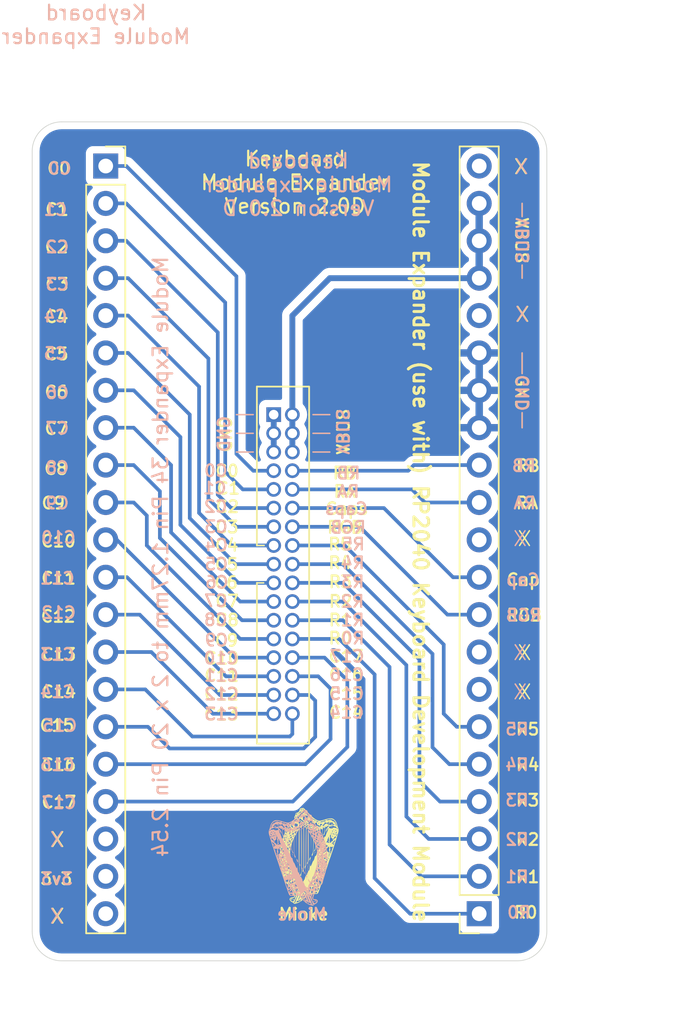
<source format=kicad_pcb>
(kicad_pcb (version 20241229) (generator "pcbnew") (generator_version "9.0")
  (layers (0 "F.Cu" signal) (2 "B.Cu" signal) (13 "F.Paste" user) (15 "B.Paste" user) (5 "F.SilkS" user "F.Silkscreen") (7 "B.SilkS" user "B.Silkscreen") (1 "F.Mask" user) (3 "B.Mask" user) (25 "Edge.Cuts" user))
  (net 0 "")
  (net 1 "COL0")
  (net 2 "COL9")
  (net 3 "COL11")
  (net 4 "COL5")
  (net 5 "COL10")
  (net 6 "COL6")
  (net 7 "COL4")
  (net 8 "COL17")
  (net 9 "+3.3V")
  (net 10 "COL14")
  (net 11 "COL16")
  (net 12 "COL13")
  (net 13 "COL1")
  (net 14 "COL12")
  (net 15 "COL3")
  (net 16 "COL2")
  (net 17 "COL15")
  (net 18 "COL8")
  (net 19 "COL7")
  (net 20 "ROW0")
  (net 21 "R_B")
  (net 22 "GND")
  (net 23 "ROW1")
  (net 24 "ROW4")
  (net 25 "ROW2")
  (net 26 "VBUS")
  (net 27 "R_A")
  (net 28 "Caps")
  (net 29 "ROW5")
  (net 30 "ROW3")
  (net 31 "RGB_DATA")
  (net 33 "Net-(J6-Pin_1)")
  (footprint "MyConnectors:IDC_2X17_1.27MM" (layer "F.Cu") (at 98.799095 73.67 -90)
    (property "Reference" "J6" (hide yes))
    (property "Value" "Conn_02x17_Odd_Even")
    (pad "1" thru_hole rect (at -8.89 0.634999) (size 1 1) (drill 0.65) (layers "*.Cu" "*.Mask") (net 33 "Net-(J6-Pin_1)"))
    (pad "2" thru_hole oval (at -8.89 -0.635001) (size 1 1) (drill 0.65) (layers "*.Cu" "*.Mask") (net 26 "VBUS"))
    (pad "3" thru_hole oval (at -7.62 0.634999) (size 1 1) (drill 0.65) (layers "*.Cu" "*.Mask") (net 33 "Net-(J6-Pin_1)"))
    (pad "4" thru_hole oval (at -7.62 -0.635001) (size 1 1) (drill 0.65) (layers "*.Cu" "*.Mask") (net 26 "VBUS"))
    (pad "5" thru_hole oval (at -6.35 0.634998) (size 1 1) (drill 0.65) (layers "*.Cu" "*.Mask") (net 33 "Net-(J6-Pin_1)"))
    (pad "6" thru_hole oval (at -6.35 -0.635001) (size 1 1) (drill 0.65) (layers "*.Cu" "*.Mask") (net 26 "VBUS"))
    (pad "7" thru_hole oval (at -5.08 0.634999) (size 1 1) (drill 0.65) (layers "*.Cu" "*.Mask") (net 1 "COL0"))
    (pad "8" thru_hole oval (at -5.08 -0.635001) (size 1 1) (drill 0.65) (layers "*.Cu" "*.Mask") (net 21 "R_B"))
    (pad "9" thru_hole oval (at -3.81 0.634999) (size 1 1) (drill 0.65) (layers "*.Cu" "*.Mask") (net 13 "COL1"))
    (pad "10" thru_hole oval (at -3.81 -0.635001) (size 1 1) (drill 0.65) (layers "*.Cu" "*.Mask") (net 27 "R_A"))
    (pad "11" thru_hole oval (at -2.54 0.634999) (size 1 1) (drill 0.65) (layers "*.Cu" "*.Mask") (net 16 "COL2"))
    (pad "12" thru_hole oval (at -2.54 -0.635001) (size 1 1) (drill 0.65) (layers "*.Cu" "*.Mask") (net 28 "Caps"))
    (pad "13" thru_hole oval (at -1.27 0.634999) (size 1 1) (drill 0.65) (layers "*.Cu" "*.Mask") (net 15 "COL3"))
    (pad "14" thru_hole oval (at -1.27 -0.635001) (size 1 1) (drill 0.65) (layers "*.Cu" "*.Mask") (net 31 "RGB_DATA"))
    (pad "15" thru_hole oval (at 0 0.634998) (size 1 1) (drill 0.65) (layers "*.Cu" "*.Mask") (net 7 "COL4"))
    (pad "16" thru_hole oval (at 0 -0.635001) (size 1 1) (drill 0.65) (layers "*.Cu" "*.Mask") (net 29 "ROW5"))
    (pad "17" thru_hole oval (at 1.27 0.634999) (size 1 1) (drill 0.65) (layers "*.Cu" "*.Mask") (net 4 "COL5"))
    (pad "18" thru_hole oval (at 1.27 -0.635001) (size 1 1) (drill 0.65) (layers "*.Cu" "*.Mask") (net 24 "ROW4"))
    (pad "19" thru_hole oval (at 2.54 0.634999) (size 1 1) (drill 0.65) (layers "*.Cu" "*.Mask") (net 6 "COL6"))
    (pad "20" thru_hole oval (at 2.54 -0.635001) (size 1 1) (drill 0.65) (layers "*.Cu" "*.Mask") (net 30 "ROW3"))
    (pad "21" thru_hole oval (at 3.81 0.634999) (size 1 1) (drill 0.65) (layers "*.Cu" "*.Mask") (net 19 "COL7"))
    (pad "22" thru_hole oval (at 3.81 -0.635001) (size 1 1) (drill 0.65) (layers "*.Cu" "*.Mask") (net 25 "ROW2"))
    (pad "23" thru_hole oval (at 5.08 0.634999) (size 1 1) (drill 0.65) (layers "*.Cu" "*.Mask") (net 18 "COL8"))
    (pad "24" thru_hole oval (at 5.08 -0.635001) (size 1 1) (drill 0.65) (layers "*.Cu" "*.Mask") (net 23 "ROW1"))
    (pad "25" thru_hole oval (at 6.35 0.634998) (size 1 1) (drill 0.65) (layers "*.Cu" "*.Mask") (net 2 "COL9"))
    (pad "26" thru_hole oval (at 6.35 -0.635001) (size 1 1) (drill 0.65) (layers "*.Cu" "*.Mask") (net 20 "ROW0"))
    (pad "27" thru_hole oval (at 7.62 0.634999) (size 1 1) (drill 0.65) (layers "*.Cu" "*.Mask") (net 5 "COL10"))
    (pad "28" thru_hole oval (at 7.62 -0.635001) (size 1 1) (drill 0.65) (layers "*.Cu" "*.Mask") (net 8 "COL17"))
    (pad "29" thru_hole oval (at 8.89 0.634999) (size 1 1) (drill 0.65) (layers "*.Cu" "*.Mask") (net 3 "COL11"))
    (pad "30" thru_hole oval (at 8.89 -0.635001) (size 1 1) (drill 0.65) (layers "*.Cu" "*.Mask") (net 11 "COL16"))
    (pad "31" thru_hole oval (at 10.16 0.635) (size 1 1) (drill 0.65) (layers "*.Cu" "*.Mask") (net 14 "COL12"))
    (pad "32" thru_hole oval (at 10.16 -0.635001) (size 1 1) (drill 0.65) (layers "*.Cu" "*.Mask") (net 17 "COL15"))
    (pad "33" thru_hole oval (at 11.43 0.635) (size 1 1) (drill 0.65) (layers "*.Cu" "*.Mask") (net 12 "COL13"))
    (pad "34" thru_hole oval (at 11.43 -0.635001) (size 1 1) (drill 0.65) (layers "*.Cu" "*.Mask") (net 10 "COL14"))
  )
  (footprint "Connector_PinSocket_2.54mm:PinSocket_1x21_P2.54mm_Vertical" (layer "F.Cu") (at 86.74 47.889)
    (property "Reference" "J5" (hide yes))
    (property "Value" "Conn_01x21_Pin" (hide yes))
    (pad "1" thru_hole rect (at 0 0) (size 1.7 1.7) (drill 1) (layers "*.Cu" "*.Mask") (net 1 "COL0"))
    (pad "2" thru_hole oval (at 0 2.54) (size 1.7 1.7) (drill 1) (layers "*.Cu" "*.Mask") (net 13 "COL1"))
    (pad "3" thru_hole oval (at 0 5.08) (size 1.7 1.7) (drill 1) (layers "*.Cu" "*.Mask") (net 16 "COL2"))
    (pad "4" thru_hole oval (at 0 7.62) (size 1.7 1.7) (drill 1) (layers "*.Cu" "*.Mask") (net 15 "COL3"))
    (pad "5" thru_hole oval (at 0 10.16) (size 1.7 1.7) (drill 1) (layers "*.Cu" "*.Mask") (net 7 "COL4"))
    (pad "6" thru_hole oval (at 0 12.7) (size 1.7 1.7) (drill 1) (layers "*.Cu" "*.Mask") (net 4 "COL5"))
    (pad "7" thru_hole oval (at 0 15.24) (size 1.7 1.7) (drill 1) (layers "*.Cu" "*.Mask") (net 6 "COL6"))
    (pad "8" thru_hole oval (at 0 17.78) (size 1.7 1.7) (drill 1) (layers "*.Cu" "*.Mask") (net 19 "COL7"))
    (pad "9" thru_hole oval (at 0 20.32) (size 1.7 1.7) (drill 1) (layers "*.Cu" "*.Mask") (net 18 "COL8"))
    (pad "10" thru_hole oval (at 0 22.86) (size 1.7 1.7) (drill 1) (layers "*.Cu" "*.Mask") (net 2 "COL9"))
    (pad "11" thru_hole oval (at 0 25.4) (size 1.7 1.7) (drill 1) (layers "*.Cu" "*.Mask") (net 5 "COL10"))
    (pad "12" thru_hole oval (at 0 27.94) (size 1.7 1.7) (drill 1) (layers "*.Cu" "*.Mask") (net 3 "COL11"))
    (pad "13" thru_hole oval (at 0 30.48) (size 1.7 1.7) (drill 1) (layers "*.Cu" "*.Mask") (net 14 "COL12"))
    (pad "14" thru_hole oval (at 0 33.02) (size 1.7 1.7) (drill 1) (layers "*.Cu" "*.Mask") (net 12 "COL13"))
    (pad "15" thru_hole oval (at 0 35.56) (size 1.7 1.7) (drill 1) (layers "*.Cu" "*.Mask") (net 10 "COL14"))
    (pad "16" thru_hole oval (at 0 38.1) (size 1.7 1.7) (drill 1) (layers "*.Cu" "*.Mask") (net 17 "COL15"))
    (pad "17" thru_hole oval (at 0 40.64) (size 1.7 1.7) (drill 1) (layers "*.Cu" "*.Mask") (net 11 "COL16"))
    (pad "18" thru_hole oval (at 0 43.18) (size 1.7 1.7) (drill 1) (layers "*.Cu" "*.Mask") (net 8 "COL17"))
    (pad "19" thru_hole oval (at 0 45.72) (size 1.7 1.7) (drill 1) (layers "*.Cu" "*.Mask"))
    (pad "20" thru_hole oval (at 0 48.26) (size 1.7 1.7) (drill 1) (layers "*.Cu" "*.Mask") (net 9 "+3.3V"))
    (pad "21" thru_hole oval (at 0 50.8) (size 1.7 1.7) (drill 1) (layers "*.Cu" "*.Mask"))
  )
  (footprint "RP2024_Module34_D:harp" (layer "F.Cu") (at 100.583 94.752)
    (property "Reference" "G***" (hide yes))
    (property "Value" "LOGO" (hide yes))
  )
  (footprint "Connector_PinSocket_2.54mm:PinSocket_1x21_P2.54mm_Vertical" (layer "F.Cu") (at 112.14 98.689 180)
    (property "Reference" "J7" (hide yes))
    (property "Value" "Conn_01x21_Pin" (hide yes))
    (pad "1" thru_hole rect (at 0 0 180) (size 1.7 1.7) (drill 1) (layers "*.Cu" "*.Mask") (net 20 "ROW0"))
    (pad "2" thru_hole oval (at 0 2.54 180) (size 1.7 1.7) (drill 1) (layers "*.Cu" "*.Mask") (net 23 "ROW1"))
    (pad "3" thru_hole oval (at 0 5.08 180) (size 1.7 1.7) (drill 1) (layers "*.Cu" "*.Mask") (net 25 "ROW2"))
    (pad "4" thru_hole oval (at 0 7.62 180) (size 1.7 1.7) (drill 1) (layers "*.Cu" "*.Mask") (net 30 "ROW3"))
    (pad "5" thru_hole oval (at 0 10.16 180) (size 1.7 1.7) (drill 1) (layers "*.Cu" "*.Mask") (net 24 "ROW4"))
    (pad "6" thru_hole oval (at 0 12.7 180) (size 1.7 1.7) (drill 1) (layers "*.Cu" "*.Mask") (net 29 "ROW5"))
    (pad "7" thru_hole oval (at 0 15.24 180) (size 1.7 1.7) (drill 1) (layers "*.Cu" "*.Mask"))
    (pad "8" thru_hole oval (at 0 17.78 180) (size 1.7 1.7) (drill 1) (layers "*.Cu" "*.Mask"))
    (pad "9" thru_hole oval (at 0 20.32 180) (size 1.7 1.7) (drill 1) (layers "*.Cu" "*.Mask") (net 31 "RGB_DATA"))
    (pad "10" thru_hole oval (at 0 22.86 180) (size 1.7 1.7) (drill 1) (layers "*.Cu" "*.Mask") (net 28 "Caps"))
    (pad "11" thru_hole oval (at 0 25.4 180) (size 1.7 1.7) (drill 1) (layers "*.Cu" "*.Mask"))
    (pad "12" thru_hole oval (at 0 27.94 180) (size 1.7 1.7) (drill 1) (layers "*.Cu" "*.Mask") (net 27 "R_A"))
    (pad "13" thru_hole oval (at 0 30.48 180) (size 1.7 1.7) (drill 1) (layers "*.Cu" "*.Mask") (net 21 "R_B"))
    (pad "14" thru_hole oval (at 0 33.02 180) (size 1.7 1.7) (drill 1) (layers "*.Cu" "*.Mask") (net 22 "GND"))
    (pad "15" thru_hole oval (at 0 35.56 180) (size 1.7 1.7) (drill 1) (layers "*.Cu" "*.Mask") (net 22 "GND"))
    (pad "16" thru_hole oval (at 0 38.1 180) (size 1.7 1.7) (drill 1) (layers "*.Cu" "*.Mask") (net 22 "GND"))
    (pad "17" thru_hole oval (at 0 40.64 180) (size 1.7 1.7) (drill 1) (layers "*.Cu" "*.Mask"))
    (pad "18" thru_hole oval (at 0 43.18 180) (size 1.7 1.7) (drill 1) (layers "*.Cu" "*.Mask") (net 26 "VBUS"))
    (pad "19" thru_hole oval (at 0 45.72 180) (size 1.7 1.7) (drill 1) (layers "*.Cu" "*.Mask") (net 26 "VBUS"))
    (pad "20" thru_hole oval (at 0 48.26 180) (size 1.7 1.7) (drill 1) (layers "*.Cu" "*.Mask") (net 26 "VBUS"))
    (pad "21" thru_hole oval (at 0 50.8 180) (size 1.7 1.7) (drill 1) (layers "*.Cu" "*.Mask"))
  )
  (footprint "RP2024_Module34_D:harp" (layer "B.Cu") (at 99.821 94.879 180)
    (property "Reference" "G***" (hide yes))
    (property "Value" "LOGO" (hide yes))
  )
  (gr_line (start 115.061 61.986) (end 115.061 60.589) (stroke (width 0.1)) (layer "F.SilkS"))
  (gr_line (start 115.061 51.318) (end 115.061 50.429) (stroke (width 0.1)) (layer "F.SilkS"))
  (gr_line (start 115.061 55.509) (end 115.061 54.62) (stroke (width 0.1)) (layer "F.SilkS"))
  (gr_line (start 115.061 65.669) (end 115.061 64.653) (stroke (width 0.1)) (layer "F.SilkS"))
  (gr_line (start 115.061 65.669) (end 115.061 64.653) (stroke (width 0.1)) (layer "B.SilkS"))
  (gr_line (start 115.061 61.986) (end 115.061 60.589) (stroke (width 0.1)) (layer "B.SilkS"))
  (gr_line (start 100.837 67.32) (end 101.98 67.32) (stroke (width 0.1)) (layer "B.SilkS"))
  (gr_line (start 115.061 51.318) (end 115.061 50.429) (stroke (width 0.1)) (layer "B.SilkS"))
  (gr_line (start 96.773 67.32) (end 95.63 67.32) (stroke (width 0.1)) (layer "B.SilkS"))
  (gr_line (start 101.98 64.78) (end 100.837 64.78) (stroke (width 0.1)) (layer "B.SilkS"))
  (gr_line (start 101.98 66.05) (end 100.837 66.05) (stroke (width 0.1)) (layer "B.SilkS"))
  (gr_line (start 96.773 66.05) (end 95.63 66.05) (stroke (width 0.1)) (layer "B.SilkS"))
  (gr_line (start 96.773 64.78) (end 95.63 64.78) (stroke (width 0.1)) (layer "B.SilkS"))
  (gr_line (start 115.061 55.509) (end 115.061 54.62) (stroke (width 0.1)) (layer "B.SilkS"))
  (gr_line (start 81.74 46.889) (end 81.74 99.889) (stroke (width 0.05)) (layer "Edge.Cuts"))
  (gr_arc (start 81.74 46.889) (mid 82.325786 45.474786) (end 83.74 44.889) (stroke (width 0.05)) (layer "Edge.Cuts"))
  (gr_arc (start 114.74 44.889) (mid 116.154214 45.474786) (end 116.74 46.889) (stroke (width 0.05)) (layer "Edge.Cuts"))
  (gr_arc (start 83.74 101.889) (mid 82.325786 101.303214) (end 81.74 99.889) (stroke (width 0.05)) (layer "Edge.Cuts"))
  (gr_line (start 116.74 99.889) (end 116.74 46.889) (stroke (width 0.05)) (layer "Edge.Cuts"))
  (gr_line (start 114.74 44.889) (end 83.74 44.889) (stroke (width 0.05)) (layer "Edge.Cuts"))
  (gr_line (start 83.74 101.889) (end 114.74 101.889) (stroke (width 0.05)) (layer "Edge.Cuts"))
  (gr_arc (start 116.74 99.889) (mid 116.154214 101.303214) (end 114.74 101.889) (stroke (width 0.05)) (layer "Edge.Cuts"))
  (gr_text "X" (at 114.553 58.557 0) (layer "F.SilkS") (effects (font (size 1 1) (thickness 0.1)) (justify left bottom)))
  (gr_text "C6" (at 82.505 63.717 0) (layer "F.SilkS") (effects (font (size 0.8 0.8) (thickness 0.15) (bold yes)) (justify left bottom)))
  (gr_text "C8" (at 94.124 79.208 0) (layer "F.SilkS") (effects (font (size 0.8 0.8) (thickness 0.15) (bold yes)) (justify left bottom)))
  (gr_text "C11" (at 93.364 82.978 0) (layer "F.SilkS") (effects (font (size 0.8 0.8) (thickness 0.15) (bold yes)) (justify left bottom)))
  (gr_text "R0" (at 114.426 99.07 0) (layer "F.SilkS") (effects (font (size 0.8 0.8) (thickness 0.15) (bold yes)) (justify left bottom)))
  (gr_text "R3" (at 114.553 91.45 0) (layer "F.SilkS") (effects (font (size 0.8 0.8) (thickness 0.15) (bold yes)) (justify left bottom)))
  (gr_text "R2" (at 101.83276 77.941 0) (layer "F.SilkS") (effects (font (size 0.8 0.8) (thickness 0.15) (bold yes)) (justify left bottom)))
  (gr_text "R2" (at 114.553 94.117 0) (layer "F.SilkS") (effects (font (size 0.8 0.8) (thickness 0.15) (bold yes)) (justify left bottom)))
  (gr_text "R5" (at 101.79276 74.051 0) (layer "F.SilkS") (effects (font (size 0.8 0.8) (thickness 0.15) (bold yes)) (justify left bottom)))
  (gr_text "Module Expander (use with) RP2040 Keyboard Development Module" (at 107.568 73.416 270) (layer "F.SilkS") (effects (font (size 1 1) (thickness 0.2) (bold yes)) (justify bottom)))
  (gr_text "GND" (at 114.553 61.986 -90) (layer "F.SilkS") (effects (font (size 0.8 0.8)) (justify left bottom)))
  (gr_text "C5" (at 82.535 61.127 0) (layer "F.SilkS") (effects (font (size 0.8 0.8) (thickness 0.15) (bold yes)) (justify left bottom)))
  (gr_text "R1" (at 101.82276 79.211 0) (layer "F.SilkS") (effects (font (size 0.8 0.8) (thickness 0.15) (bold yes)) (justify left bottom)))
  (gr_text "R1" (at 114.553 96.657 0) (layer "F.SilkS") (effects (font (size 0.8 0.8) (thickness 0.15) (bold yes)) (justify left bottom)))
  (gr_text "C17" (at 82.295 91.577 0) (layer "F.SilkS") (effects (font (size 0.8 0.8) (thickness 0.15) (bold yes)) (justify left bottom)))
  (gr_text "C1" (at 82.549 51.318 0) (layer "F.SilkS") (effects (font (size 0.8 0.8) (thickness 0.15) (bold yes)) (justify left bottom)))
  (gr_text "Cap" (at 113.918 76.464 0) (layer "F.SilkS") (effects (font (size 0.8 0.8) (thickness 0.15) (bold yes)) (justify left bottom)))
  (gr_text "C16" (at 101.83276 82.921 0) (layer "F.SilkS") (effects (font (size 0.8 0.8) (thickness 0.15) (bold yes)) (justify left bottom)))
  (gr_text "C15" (at 101.83276 84.211 0) (layer "F.SilkS") (effects (font (size 0.8 0.8) (thickness 0.15) (bold yes)) (justify left bottom)))
  (gr_text "C9" (at 94.074 80.588 0) (layer "F.SilkS") (effects (font (size 0.8 0.8) (thickness 0.15) (bold yes)) (justify left bottom)))
  (gr_text "RGB" (at 113.918 78.877 0) (layer "F.SilkS") (effects (font (size 0.8 0.8) (thickness 0.15) (bold yes)) (justify left bottom)))
  (gr_text "C8" (at 82.475 68.917 0) (layer "F.SilkS") (effects (font (size 0.8 0.8) (thickness 0.15) (bold yes)) (justify left bottom)))
  (gr_text "C2" (at 82.519 53.858 0) (layer "F.SilkS") (effects (font (size 0.8 0.8) (thickness 0.15) (bold yes)) (justify left bottom)))
  (gr_text "C16" (at 82.295 89.037 0) (layer "F.SilkS") (effects (font (size 0.8 0.8) (thickness 0.15) (bold yes)) (justify left bottom)))
  (gr_text "R3" (at 101.82276 76.611 0) (layer "F.SilkS") (effects (font (size 0.8 0.8) (thickness 0.15) (bold yes)) (justify left bottom)))
  (gr_text "C4" (at 82.525 58.597 0) (layer "F.SilkS") (effects (font (size 0.8 0.8) (thickness 0.15) (bold yes)) (justify left bottom)))
  (gr_text "C12" (at 82.245 78.957 0) (layer "F.SilkS") (effects (font (size 0.8 0.8) (thickness 0.15) (bold yes)) (justify left bottom)))
  (gr_text "C7" (at 82.505 66.2 0) (layer "F.SilkS") (effects (font (size 0.8 0.8) (thickness 0.15) (bold yes)) (justify left bottom)))
  (gr_text "RA" (at 114.553 71.257 0) (layer "F.SilkS") (effects (font (size 0.8 0.8) (thickness 0.15) (bold yes)) (justify left bottom)))
  (gr_text "C5" (at 94.084 75.428 0) (layer "F.SilkS") (effects (font (size 0.8 0.8) (thickness 0.15) (bold yes)) (justify left bottom)))
  (gr_text "RGB" (at 101.71576 72.908 -0) (layer "F.SilkS") (effects (font (size 0.8 0.8) (thickness 0.15) (bold yes)) (justify left bottom)))
  (gr_text "C11" (at 82.275 76.367 0) (layer "F.SilkS") (effects (font (size 0.8 0.8) (thickness 0.15) (bold yes)) (justify left bottom)))
  (gr_text "R4" (at 101.80276 75.321 0) (layer "F.SilkS") (effects (font (size 0.8 0.8) (thickness 0.15) (bold yes)) (justify left bottom)))
  (gr_text "C4" (at 94.084 74.128 0) (layer "F.SilkS") (effects (font (size 0.8 0.8) (thickness 0.15) (bold yes)) (justify left bottom)))
  (gr_text "C3" (at 94.104 72.888 0) (layer "F.SilkS") (effects (font (size 0.8 0.8) (thickness 0.15) (bold yes)) (justify left bottom)))
  (gr_text "C15" (at 82.168 86.37 0) (layer "F.SilkS") (effects (font (size 0.8 0.8) (thickness 0.15) (bold yes)) (justify left bottom)))
  (gr_text "Mioke" (at 98.424 99.197 0) (layer "F.SilkS") (effects (font (size 0.8 0.8)) (justify left bottom)))
  (gr_text "C3" (at 82.549 56.398 0) (layer "F.SilkS") (effects (font (size 0.8 0.8) (thickness 0.15) (bold yes)) (justify left bottom)))
  (gr_text "RA" (at 102.15676 70.475 0) (layer "F.SilkS") (effects (font (size 0.8 0.8) (thickness 0.15) (bold yes)) (justify left bottom)))
  (gr_text "R5" (at 114.553 86.624 0) (layer "F.SilkS") (effects (font (size 0.8 0.8) (thickness 0.15) (bold yes)) (justify left bottom)))
  (gr_text "Keyboard\nModule Expander\nVersion 2.0D" (at 99.62 51.199 0) (layer "F.SilkS") (effects (font (size 1 1)) (justify bottom)))
  (gr_text "X" (at 82.93 99.451 0) (layer "F.SilkS") (effects (font (size 1 1) (thickness 0.1)) (justify left bottom)))
  (gr_text "R0" (at 101.81276 80.441 0) (layer "F.SilkS") (effects (font (size 0.8 0.8) (thickness 0.15) (bold yes)) (justify left bottom)))
  (gr_text "C17" (at 101.82276 81.671 0) (layer "F.SilkS") (effects (font (size 0.8 0.8) (thickness 0.15) (bold yes)) (justify left bottom)))
  (gr_text "C7" (at 94.114 77.918 0) (layer "F.SilkS") (effects (font (size 0.8 0.8) (thickness 0.15) (bold yes)) (justify left bottom)))
  (gr_text "RB" (at 102.09676 69.225 0) (layer "F.SilkS") (effects (font (size 0.8 0.8) (thickness 0.15) (bold yes)) (justify left bottom)))
  (gr_text "RB" (at 114.553 68.717 0) (layer "F.SilkS") (effects (font (size 0.8 0.8) (thickness 0.15) (bold yes)) (justify left bottom)))
  (gr_text "R4" (at 114.553 89.037 0) (layer "F.SilkS") (effects (font (size 0.8 0.8) (thickness 0.15) (bold yes)) (justify left bottom)))
  (gr_text "C6" (at 94.054 76.658 0) (layer "F.SilkS") (effects (font (size 0.8 0.8) (thickness 0.15) (bold yes)) (justify left bottom)))
  (gr_text "C1" (at 94.194 70.258 0) (layer "F.SilkS") (effects (font (size 0.8 0.8) (thickness 0.15) (bold yes)) (justify left bottom)))
  (gr_text "3v3" (at 82.218 96.784 0) (layer "F.SilkS") (effects (font (size 0.8 0.8) (thickness 0.15) (bold yes)) (justify left bottom)))
  (gr_text "C13" (at 82.295 81.544 0) (layer "F.SilkS") (effects (font (size 0.8 0.8) (thickness 0.15) (bold yes)) (justify left bottom)))
  (gr_text "VBUS" (at 103.377 67.574 -270) (layer "F.SilkS") (effects (font (size 0.8 0.8) (thickness 0.15) (bold yes)) (justify left bottom)))
  (gr_text "C9" (at 82.295 71.257 0) (layer "F.SilkS") (effects (font (size 0.8 0.8) (thickness 0.15) (bold yes)) (justify left bottom)))
  (gr_text "VBUS" (at 114.553 51.318 -90) (layer "F.SilkS") (effects (font (size 0.8 0.8) (thickness 0.15) (bold yes)) (justify left bottom)))
  (gr_text "C10" (at 82.265 73.847 0) (layer "F.SilkS") (effects (font (size 0.8 0.8) (thickness 0.15) (bold yes)) (justify left bottom)))
  (gr_text "X" (at 114.68 84.211 0) (layer "F.SilkS") (effects (font (size 1 1) (thickness 0.1)) (justify left bottom)))
  (gr_text "C10" (at 93.384 81.808 0) (layer "F.SilkS") (effects (font (size 0.8 0.8) (thickness 0.15) (bold yes)) (justify left bottom)))
  (gr_text "X" (at 114.426 48.524 0) (layer "F.SilkS") (effects (font (size 1 1) (thickness 0.1)) (justify left bottom)))
  (gr_text "C13" (at 93.344 85.608 0) (layer "F.SilkS") (effects (font (size 0.8 0.8) (thickness 0.15) (bold yes)) (justify left bottom)))
  (gr_text "C0" (at 82.676 48.524 0) (layer "F.SilkS") (effects (font (size 0.8 0.8) (thickness 0.15) (bold yes)) (justify left bottom)))
  (gr_text "C14" (at 82.295 84.084 0) (layer "F.SilkS") (effects (font (size 0.8 0.8) (thickness 0.15) (bold yes)) (justify left bottom)))
  (gr_text "C12" (at 93.354 84.248 0) (layer "F.SilkS") (effects (font (size 0.8 0.8) (thickness 0.15) (bold yes)) (justify left bottom)))
  (gr_text "C0" (at 94.114 69.078 0) (layer "F.SilkS") (effects (font (size 0.8 0.8) (thickness 0.15) (bold yes)) (justify left bottom)))
  (gr_text "C2" (at 94.134 71.508 0) (layer "F.SilkS") (effects (font (size 0.8 0.8) (thickness 0.15) (bold yes)) (justify left bottom)))
  (gr_text "Caps" (at 101.58876 71.638 0) (layer "F.SilkS") (effects (font (size 0.8 0.8) (thickness 0.15) (bold yes)) (justify left bottom)))
  (gr_text "C14" (at 101.84276 85.481 0) (layer "F.SilkS") (effects (font (size 0.8 0.8) (thickness 0.15) (bold yes)) (justify left bottom)))
  (gr_text "X" (at 82.93 94.244 0) (layer "F.SilkS") (effects (font (size 1 1) (thickness 0.1)) (justify left bottom)))
  (gr_text "X" (at 114.68 73.797 0) (layer "F.SilkS") (effects (font (size 1 1) (thickness 0.1)) (justify left bottom)))
  (gr_text "GND" (at 94.36 64.797 -90) (layer "F.SilkS") (effects (font (size 0.8 0.8)) (justify left bottom)))
  (gr_text "X" (at 114.68 81.544 0) (layer "F.SilkS") (effects (font (size 1 1) (thickness 0.1)) (justify left bottom)))
  (gr_text "C3" (at 84.327 56.398 -0) (layer "B.SilkS") (effects (font (size 0.8 0.8) (thickness 0.15) (bold yes)) (justify left bottom mirror)))
  (gr_text "C6" (at 95.174 76.641 -0) (layer "B.SilkS") (effects (font (size 0.8 0.8) (thickness 0.15) (bold yes)) (justify left bottom mirror)))
  (gr_text "X" (at 115.465 73.797 -0) (layer "B.SilkS") (effects (font (size 1 1) (thickness 0.1)) (justify left bottom mirror)))
  (gr_text "GND" (at 115.592 61.986 90) (layer "B.SilkS") (effects (font (size 0.8 0.8)) (justify left bottom mirror)))
  (gr_text "C9" (at 95.154 80.571 -0) (layer "B.SilkS") (effects (font (size 0.8 0.8) (thickness 0.15) (bold yes)) (justify left bottom mirror)))
  (gr_text "R5" (at 115.592 86.624 -0) (layer "B.SilkS") (effects (font (size 0.8 0.8) (thickness 0.15) (bold yes)) (justify left bottom mirror)))
  (gr_text "RGB" (at 116.458 78.877 -0) (layer "B.SilkS") (effects (font (size 0.8 0.8) (thickness 0.15) (bold yes)) (justify left bottom mirror)))
  (gr_text "C9" (at 84.327 71.257 -0) (layer "B.SilkS") (effects (font (size 0.8 0.8) (thickness 0.15) (bold yes)) (justify left bottom mirror)))
  (gr_text "C12" (at 95.874 84.231 -0) (layer "B.SilkS") (effects (font (size 0.8 0.8) (thickness 0.15) (bold yes)) (justify left bottom mirror)))
  (gr_text "3v3" (at 84.581 96.784 -0) (layer "B.SilkS") (effects (font (size 0.8 0.8) (thickness 0.15) (bold yes)) (justify left bottom mirror)))
  (gr_text "X" (at 83.946 99.451 -0) (layer "B.SilkS") (effects (font (size 1 1) (thickness 0.1)) (justify left bottom mirror)))
  (gr_text "C17" (at 104.413 81.671 -0) (layer "B.SilkS") (effects (font (size 0.8 0.8) (thickness 0.15) (bold yes)) (justify left bottom mirror)))
  (gr_text "RB" (at 104.139 69.225 -0) (layer "B.SilkS") (effects (font (size 0.8 0.8) (thickness 0.15) (bold yes)) (justify left bottom mirror)))
  (gr_text "C13" (at 95.884 85.591 -0) (layer "B.SilkS") (effects (font (size 0.8 0.8) (thickness 0.15) (bold yes)) (justify left bottom mirror)))
  (gr_text "R4" (at 115.592 89.037 -0) (layer "B.SilkS") (effects (font (size 0.8 0.8) (thickness 0.15) (bold yes)) (justify left bottom mirror)))
  (gr_text "VBUS" (at 115.592 51.318 90) (layer "B.SilkS") (effects (font (size 0.8 0.8) (thickness 0.15) (bold yes)) (justify left bottom mirror)))
  (gr_text "RB" (at 116.077 68.717 -0) (layer "B.SilkS") (effects (font (size 0.8 0.8) (thickness 0.15) (bold yes)) (justify left bottom mirror)))
  (gr_text "C12" (at 84.80181 78.703 -0) (layer "B.SilkS") (effects (font (size 0.8 0.8) (thickness 0.15) (bold yes)) (justify left bottom mirror)))
  (gr_text "R0" (at 115.719 99.07 -0) (layer "B.SilkS") (effects (font (size 0.8 0.8) (thickness 0.15) (bold yes)) (justify left bottom mirror)))
  (gr_text "C13" (at 84.708 81.544 -0) (layer "B.SilkS") (effects (font (size 0.8 0.8) (thickness 0.15) (bold yes)) (justify left bottom mirror)))
  (gr_text "R5" (at 104.443 74.051 -0) (layer "B.SilkS") (effects (font (size 0.8 0.8) (thickness 0.15) (bold yes)) (justify left bottom mirror)))
  (gr_text "R3" (at 104.413 76.611 -0) (layer "B.SilkS") (effects (font (size 0.8 0.8) (thickness 0.15) (bold yes)) (justify left bottom mirror)))
  (gr_text "Cap" (at 116.331 76.464 -0) (layer "B.SilkS") (effects (font (size 0.8 0.8) (thickness 0.15) (bold yes)) (justify left bottom mirror)))
  (gr_text "C8" (at 84.327 68.844 -0) (layer "B.SilkS") (effects (font (size 0.8 0.8) (thickness 0.15) (bold yes)) (justify left bottom mirror)))
  (gr_text "C10" (at 95.844 81.791 -0) (layer "B.SilkS") (effects (font (size 0.8 0.8) (thickness 0.15) (bold yes)) (justify left bottom mirror)))
  (gr_text "R3" (at 115.592 91.45 -0) (layer "B.SilkS") (effects (font (size 0.8 0.8) (thickness 0.15) (bold yes)) (justify left bottom mirror)))
  (gr_text "R0" (at 104.423 80.441 -0) (layer "B.SilkS") (effects (font (size 0.8 0.8) (thickness 0.15) (bold yes)) (justify left bottom mirror)))
  (gr_text "C15" (at 104.403 84.211 -0) (layer "B.SilkS") (effects (font (size 0.8 0.8) (thickness 0.15) (bold yes)) (justify left bottom mirror)))
  (gr_text "C3" (at 95.124 72.871 -0) (layer "B.SilkS") (effects (font (size 0.8 0.8) (thickness 0.15) (bold yes)) (justify left bottom mirror)))
  (gr_text "R1" (at 115.592 96.657 -0) (layer "B.SilkS") (effects (font (size 0.8 0.8) (thickness 0.15) (bold yes)) (justify left bottom mirror)))
  (gr_text "C10" (at 84.78181 73.593 -0) (layer "B.SilkS") (effects (font (size 0.8 0.8) (thickness 0.15) (bold yes)) (justify left bottom mirror)))
  (gr_text "C16" (at 104.403 82.921 -0) (layer "B.SilkS") (effects (font (size 0.8 0.8) (thickness 0.15) (bold yes)) (justify left bottom mirror)))
  (gr_text "C7" (at 95.114 77.901 -0) (layer "B.SilkS") (effects (font (size 0.8 0.8) (thickness 0.15) (bold yes)) (justify left bottom mirror)))
  (gr_text "C14" (at 104.393 85.481 -0) (layer "B.SilkS") (effects (font (size 0.8 0.8) (thickness 0.15) (bold yes)) (justify left bottom mirror)))
  (gr_text "X" (at 115.569 48.524 -0) (layer "B.SilkS") (effects (font (size 1 1) (thickness 0.1)) (justify left bottom mirror)))
  (gr_text "C1" (at 95.034 70.241 -0) (layer "B.SilkS") (effects (font (size 0.8 0.8) (thickness 0.15) (bold yes)) (justify left bottom mirror)))
  (gr_text "C11" (at 95.864 82.961 -0) (layer "B.SilkS") (effects (font (size 0.8 0.8) (thickness 0.15) (bold yes)) (justify left bottom mirror)))
  (gr_text "X" (at 115.465 81.544 -0) (layer "B.SilkS") (effects (font (size 1 1) (thickness 0.1)) (justify left bottom mirror)))
  (gr_text "Caps" (at 104.647 71.638 -0) (layer "B.SilkS") (effects (font (size 0.8 0.8) (thickness 0.15) (bold yes)) (justify left bottom mirror)))
  (gr_text "C2" (at 95.094 71.491 -0) (layer "B.SilkS") (effects (font (size 0.8 0.8) (thickness 0.15) (bold yes)) (justify left bottom mirror)))
  (gr_text "VBUS" (at 102.361 67.574 270) (layer "B.SilkS") (effects (font (size 0.8 0.8) (thickness 0.15) (bold yes)) (justify left bottom mirror)))
  (gr_text "C16" (at 84.708 89.037 -0) (layer "B.SilkS") (effects (font (size 0.8 0.8) (thickness 0.15) (bold yes)) (justify left bottom mirror)))
  (gr_text "C5" (at 84.2 61.097 -0) (layer "B.SilkS") (effects (font (size 0.8 0.8) (thickness 0.15) (bold yes)) (justify left bottom mirror)))
  (gr_text "C11" (at 84.708 76.367 -0) (layer "B.SilkS") (effects (font (size 0.8 0.8) (thickness 0.15) (bold yes)) (justify left bottom mirror)))
  (gr_text "C17" (at 84.82881 91.624 -0) (layer "B.SilkS") (effects (font (size 0.8 0.8) (thickness 0.15) (bold yes)) (justify left bottom mirror)))
  (gr_text "Module Expander 34 Pin 1.27mm to 2 x 20 Pin 2.54" (at 91.058 74.432 90) (layer "B.SilkS") (effects (font (size 1 1)) (justify bottom mirror)))
  (gr_text "RA" (at 104.079 70.475 -0) (layer "B.SilkS") (effects (font (size 0.8 0.8) (thickness 0.15) (bold yes)) (justify left bottom mirror)))
  (gr_text "C0" (at 95.114 69.061 -0) (layer "B.SilkS") (effects (font (size 0.8 0.8) (thickness 0.15) (bold yes)) (justify left bottom mirror)))
  (gr_text "C4" (at 84.2 58.557 -0) (layer "B.SilkS") (effects (font (size 0.8 0.8) (thickness 0.15) (bold yes)) (justify left bottom mirror)))
  (gr_text "C7" (at 84.327 66.177 -0) (layer "B.SilkS") (effects (font (size 0.8 0.8) (thickness 0.15) (bold yes)) (justify left bottom mirror)))
  (gr_text "C15" (at 84.87881 86.37 -0) (layer "B.SilkS") (effects (font (size 0.8 0.8) (thickness 0.15) (bold yes)) (justify left bottom mirror)))
  (gr_text "Keyboard\nModule Expander" (at 86.08 39.669 0) (layer "B.SilkS") (effects (font (size 1 1)) (justify bottom mirror)))
  (gr_text "C4" (at 95.144 74.111 -0) (layer "B.SilkS") (effects (font (size 0.8 0.8) (thickness 0.15) (bold yes)) (justify left bottom mirror)))
  (gr_text "C2" (at 84.327 53.858 -0) (layer "B.SilkS") (effects (font (size 0.8 0.8) (thickness 0.15) (bold yes)) (justify left bottom mirror)))
  (gr_text "Mioke" (at 101.853 99.197 0) (layer "B.SilkS") (effects (font (size 0.8 0.8)) (justify left bottom mirror)))
  (gr_text "C14" (at 84.708 84.084 -0) (layer "B.SilkS") (effects (font (size 0.8 0.8) (thickness 0.15) (bold yes)) (justify left bottom mirror)))
  (gr_text "C8" (at 95.104 79.191 -0) (layer "B.SilkS") (effects (font (size 0.8 0.8) (thickness 0.15) (bold yes)) (justify left bottom mirror)))
  (gr_text "RA" (at 116.077 71.257 -0) (layer "B.SilkS") (effects (font (size 0.8 0.8) (thickness 0.15) (bold yes)) (justify left bottom mirror)))
  (gr_text "C5" (at 95.144 75.411 -0) (layer "B.SilkS") (effects (font (size 0.8 0.8) (thickness 0.15) (bold yes)) (justify left bottom mirror)))
  (gr_text "GND" (at 95.249 64.78 90) (layer "B.SilkS") (effects (font (size 0.8 0.8)) (justify left bottom mirror)))
  (gr_text "R2" (at 104.403 77.941 -0) (layer "B.SilkS") (effects (font (size 0.8 0.8) (thickness 0.15) (bold yes)) (justify left bottom mirror)))
  (gr_text "X" (at 115.465 84.211 -0) (layer "B.SilkS") (effects (font (size 1 1) (thickness 0.1)) (justify left bottom mirror)))
  (gr_text "R2" (at 115.592 94.117 -0) (layer "B.SilkS") (effects (font (size 0.8 0.8) (thickness 0.15) (bold yes)) (justify left bottom mirror)))
  (gr_text "Keyboard\nModule Expander\nVersion 2.0 D" (at 99.84 51.349 0) (layer "B.SilkS") (effects (font (size 1 1)) (justify bottom mirror)))
  (gr_text "R1" (at 104.413 79.211 -0) (layer "B.SilkS") (effects (font (size 0.8 0.8) (thickness 0.15) (bold yes)) (justify left bottom mirror)))
  (gr_text "R4" (at 104.433 75.321 -0) (layer "B.SilkS") (effects (font (size 0.8 0.8) (thickness 0.15) (bold yes)) (justify left bottom mirror)))
  (gr_text "X" (at 115.592 58.557 -0) (layer "B.SilkS") (effects (font (size 1 1) (thickness 0.1)) (justify left bottom mirror)))
  (gr_text "C6" (at 84.327 63.764 -0) (layer "B.SilkS") (effects (font (size 0.8 0.8) (thickness 0.15) (bold yes)) (justify left bottom mirror)))
  (gr_text "X" (at 83.946 94.244 -0) (layer "B.SilkS") (effects (font (size 1 1) (thickness 0.1)) (justify left bottom mirror)))
  (gr_text "C0" (at 84.49781 48.524 -0) (layer "B.SilkS") (effects (font (size 0.8 0.8) (thickness 0.15) (bold yes)) (justify left bottom mirror)))
  (gr_text "C1" (at 84.2 51.318 -0) (layer "B.SilkS") (effects (font (size 0.8 0.8) (thickness 0.15) (bold yes)) (justify left bottom mirror)))
  (gr_text "RGB" (at 104.52 72.908 0) (layer "B.SilkS") (effects (font (size 0.8 0.8) (thickness 0.15) (bold yes)) (justify left bottom mirror)))
  (segment (start 95.63 55.382) (end 88.137 47.889) (width 0.25) (layer "B.Cu") (net 1))
  (segment (start 88.137 47.889) (end 86.74 47.889) (width 0.25) (layer "B.Cu") (net 1))
  (segment (start 96.773 68.59) (end 95.63 67.447) (width 0.25) (layer "B.Cu") (net 1))
  (segment (start 98.164096 68.59) (end 96.773 68.59) (width 0.25) (layer "B.Cu") (net 1))
  (segment (start 95.63 67.447) (end 95.63 55.382) (width 0.25) (layer "B.Cu") (net 1))
  (segment (start 89.534 73.67) (end 95.884 80.02) (width 0.25) (layer "B.Cu") (net 2))
  (segment (start 89.534 71.638) (end 89.534 73.67) (width 0.25) (layer "B.Cu") (net 2))
  (segment (start 88.645 70.749) (end 89.534 71.638) (width 0.25) (layer "B.Cu") (net 2))
  (segment (start 95.884 80.02) (end 98.164097 80.02) (width 0.25) (layer "B.Cu") (net 2))
  (segment (start 86.74 70.749) (end 88.645 70.749) (width 0.25) (layer "B.Cu") (net 2))
  (segment (start 94.9188 82.56) (end 98.164096 82.56) (width 0.25) (layer "B.Cu") (net 3))
  (segment (start 88.1878 75.829) (end 94.9188 82.56) (width 0.25) (layer "B.Cu") (net 3))
  (segment (start 86.74 75.829) (end 88.1878 75.829) (width 0.25) (layer "B.Cu") (net 3))
  (segment (start 98.164096 74.94) (end 95.5792 74.94) (width 0.25) (layer "B.Cu") (net 4))
  (segment (start 95.5792 74.94) (end 92.455 71.8158) (width 0.25) (layer "B.Cu") (net 4))
  (segment (start 88.264 60.589) (end 86.74 60.589) (width 0.25) (layer "B.Cu") (net 4))
  (segment (start 92.455 71.8158) (end 92.455 64.78) (width 0.25) (layer "B.Cu") (net 4))
  (segment (start 92.455 64.78) (end 88.264 60.589) (width 0.25) (layer "B.Cu") (net 4))
  (segment (start 95.503 81.29) (end 98.164096 81.29) (width 0.25) (layer "B.Cu") (net 5))
  (segment (start 87.502 73.289) (end 95.503 81.29) (width 0.25) (layer "B.Cu") (net 5))
  (segment (start 86.74 73.289) (end 87.502 73.289) (width 0.25) (layer "B.Cu") (net 5))
  (segment (start 98.164096 76.21) (end 95.757 76.21) (width 0.25) (layer "B.Cu") (net 6))
  (segment (start 95.757 76.21) (end 91.82 72.273) (width 0.25) (layer "B.Cu") (net 6))
  (segment (start 88.645 63.129) (end 86.74 63.129) (width 0.25) (layer "B.Cu") (net 6))
  (segment (start 91.82 72.273) (end 91.82 66.304) (width 0.25) (layer "B.Cu") (net 6))
  (segment (start 91.82 66.304) (end 88.645 63.129) (width 0.25) (layer "B.Cu") (net 6))
  (segment (start 88.264 58.049) (end 93.09 62.875) (width 0.25) (layer "B.Cu") (net 7))
  (segment (start 86.74 58.049) (end 88.264 58.049) (width 0.25) (layer "B.Cu") (net 7))
  (segment (start 93.09 71.4602) (end 95.2998 73.67) (width 0.25) (layer "B.Cu") (net 7))
  (segment (start 95.2998 73.67) (end 98.164097 73.67) (width 0.25) (layer "B.Cu") (net 7))
  (segment (start 93.09 62.875) (end 93.09 71.4602) (width 0.25) (layer "B.Cu") (net 7))
  (segment (start 86.74 91.069) (end 99.4654 91.069) (width 0.25) (layer "B.Cu") (net 8))
  (segment (start 103.1738 82.8394) (end 101.6244 81.29) (width 0.25) (layer "B.Cu") (net 8))
  (segment (start 99.4654 91.069) (end 103.1738 87.3606) (width 0.25) (layer "B.Cu") (net 8))
  (segment (start 103.1738 87.3606) (end 103.1738 82.8394) (width 0.25) (layer "B.Cu") (net 8))
  (segment (start 101.6244 81.29) (end 99.434096 81.29) (width 0.25) (layer "B.Cu") (net 8))
  (segment (start 92.6328 86.6494) (end 99.2622 86.6494) (width 0.25) (layer "B.Cu") (net 10))
  (segment (start 99.2622 86.6494) (end 99.434096 86.477504) (width 0.25) (layer "B.Cu") (net 10))
  (segment (start 86.74 83.449) (end 89.4324 83.449) (width 0.25) (layer "B.Cu") (net 10))
  (segment (start 89.4324 83.449) (end 92.6328 86.6494) (width 0.25) (layer "B.Cu") (net 10))
  (segment (start 99.434096 86.477504) (end 99.434096 85.1) (width 0.25) (layer "B.Cu") (net 10))
  (segment (start 99.434096 82.56) (end 101.1926 82.56) (width 0.25) (layer "B.Cu") (net 11))
  (segment (start 102.0308 83.3982) (end 102.0308 86.8272) (width 0.25) (layer "B.Cu") (net 11))
  (segment (start 102.0308 86.8272) (end 100.329 88.529) (width 0.25) (layer "B.Cu") (net 11))
  (segment (start 101.1926 82.56) (end 102.0308 83.3982) (width 0.25) (layer "B.Cu") (net 11))
  (segment (start 100.329 88.529) (end 86.74 88.529) (width 0.25) (layer "B.Cu") (net 11))
  (segment (start 94.0298 85.1) (end 98.164095 85.1) (width 0.25) (layer "B.Cu") (net 12))
  (segment (start 89.8388 80.909) (end 94.0298 85.1) (width 0.25) (layer "B.Cu") (net 12))
  (segment (start 86.74 80.909) (end 89.8388 80.909) (width 0.25) (layer "B.Cu") (net 12))
  (segment (start 94.868 57.16) (end 94.868 68.6662) (width 0.25) (layer "B.Cu") (net 13))
  (segment (start 94.868 68.6662) (end 96.0618 69.86) (width 0.25) (layer "B.Cu") (net 13))
  (segment (start 86.74 50.429) (end 88.137 50.429) (width 0.25) (layer "B.Cu") (net 13))
  (segment (start 88.137 50.429) (end 94.868 57.16) (width 0.25) (layer "B.Cu") (net 13))
  (segment (start 96.0618 69.86) (end 98.164096 69.86) (width 0.25) (layer "B.Cu") (net 13))
  (segment (start 86.74 78.369) (end 89.0514 78.369) (width 0.25) (layer "B.Cu") (net 14))
  (segment (start 94.5124 83.83) (end 98.164095 83.83) (width 0.25) (layer "B.Cu") (net 14))
  (segment (start 89.0514 78.369) (end 94.5124 83.83) (width 0.25) (layer "B.Cu") (net 14))
  (segment (start 88.264 55.509) (end 86.74 55.509) (width 0.25) (layer "B.Cu") (net 15))
  (segment (start 95.63 72.4) (end 93.725 70.495) (width 0.25) (layer "B.Cu") (net 15))
  (segment (start 93.725 70.495) (end 93.725 60.97) (width 0.25) (layer "B.Cu") (net 15))
  (segment (start 98.164096 72.4) (end 95.63 72.4) (width 0.25) (layer "B.Cu") (net 15))
  (segment (start 93.725 60.97) (end 88.264 55.509) (width 0.25) (layer "B.Cu") (net 15))
  (segment (start 86.74 52.969) (end 88.137 52.969) (width 0.25) (layer "B.Cu") (net 16))
  (segment (start 95.2744 71.13) (end 98.164096 71.13) (width 0.25) (layer "B.Cu") (net 16))
  (segment (start 94.36 70.2156) (end 95.2744 71.13) (width 0.25) (layer "B.Cu") (net 16))
  (segment (start 94.36 59.192) (end 94.36 70.2156) (width 0.25) (layer "B.Cu") (net 16))
  (segment (start 88.137 52.969) (end 94.36 59.192) (width 0.25) (layer "B.Cu") (net 16))
  (segment (start 89.6102 85.989) (end 91.0834 87.4622) (width 0.25) (layer "B.Cu") (net 17))
  (segment (start 100.6084 83.83) (end 99.434096 83.83) (width 0.25) (layer "B.Cu") (net 17))
  (segment (start 86.74 85.989) (end 89.6102 85.989) (width 0.25) (layer "B.Cu") (net 17))
  (segment (start 100.9894 84.211) (end 100.6084 83.83) (width 0.25) (layer "B.Cu") (net 17))
  (segment (start 91.0834 87.4622) (end 100.202 87.4622) (width 0.25) (layer "B.Cu") (net 17))
  (segment (start 100.202 87.4622) (end 100.9894 86.6748) (width 0.25) (layer "B.Cu") (net 17))
  (segment (start 100.9894 86.6748) (end 100.9894 84.211) (width 0.25) (layer "B.Cu") (net 17))
  (segment (start 90.423 69.987) (end 88.645 68.209) (width 0.25) (layer "B.Cu") (net 18))
  (segment (start 96.011 78.75) (end 90.423 73.162) (width 0.25) (layer "B.Cu") (net 18))
  (segment (start 90.423 73.162) (end 90.423 69.987) (width 0.25) (layer "B.Cu") (net 18))
  (segment (start 98.164096 78.75) (end 96.011 78.75) (width 0.25) (layer "B.Cu") (net 18))
  (segment (start 88.645 68.209) (end 86.74 68.209) (width 0.25) (layer "B.Cu") (net 18))
  (segment (start 86.74 65.669) (end 88.645 65.669) (width 0.25) (layer "B.Cu") (net 19))
  (segment (start 95.884 77.48) (end 98.164096 77.48) (width 0.25) (layer "B.Cu") (net 19))
  (segment (start 91.185 72.781) (end 95.884 77.48) (width 0.25) (layer "B.Cu") (net 19))
  (segment (start 91.185 68.209) (end 91.185 72.781) (width 0.25) (layer "B.Cu") (net 19))
  (segment (start 88.645 65.669) (end 91.185 68.209) (width 0.25) (layer "B.Cu") (net 19))
  (segment (start 105.028 96.276) (end 105.028 82.433) (width 0.25) (layer "B.Cu") (net 20))
  (segment (start 102.615 80.02) (end 99.434096 80.02) (width 0.25) (layer "B.Cu") (net 20))
  (segment (start 112.14 98.689) (end 107.441 98.689) (width 0.25) (layer "B.Cu") (net 20))
  (segment (start 105.028 82.433) (end 102.615 80.02) (width 0.25) (layer "B.Cu") (net 20))
  (segment (start 107.441 98.689) (end 105.028 96.276) (width 0.25) (layer "B.Cu") (net 20))
  (segment (start 99.434096 68.59) (end 107.314 68.59) (width 0.25) (layer "B.Cu") (net 21))
  (segment (start 107.695 68.209) (end 112.14 68.209) (width 0.25) (layer "B.Cu") (net 21))
  (segment (start 107.314 68.59) (end 107.695 68.209) (width 0.25) (layer "B.Cu") (net 21))
  (segment (start 112.14 65.669) (end 112.14 60.589) (width 0.5) (layer "B.Cu") (net 22))
  (segment (start 99.434096 78.75) (end 102.869 78.75) (width 0.25) (layer "B.Cu") (net 23))
  (segment (start 106.044 93.99) (end 108.203 96.149) (width 0.25) (layer "B.Cu") (net 23))
  (segment (start 106.044 81.925) (end 106.044 93.99) (width 0.25) (layer "B.Cu") (net 23))
  (segment (start 102.869 78.75) (end 106.044 81.925) (width 0.25) (layer "B.Cu") (net 23))
  (segment (start 108.203 96.149) (end 112.14 96.149) (width 0.25) (layer "B.Cu") (net 23))
  (segment (start 102.869 74.94) (end 99.434096 74.94) (width 0.25) (layer "B.Cu") (net 24))
  (segment (start 108.965 87.386) (end 108.965 81.036) (width 0.25) (layer "B.Cu") (net 24))
  (segment (start 110.108 88.529) (end 108.965 87.386) (width 0.25) (layer "B.Cu") (net 24))
  (segment (start 112.14 88.529) (end 110.108 88.529) (width 0.25) (layer "B.Cu") (net 24))
  (segment (start 108.965 81.036) (end 102.869 74.94) (width 0.25) (layer "B.Cu") (net 24))
  (segment (start 107.187 81.798) (end 102.869 77.48) (width 0.25) (layer "B.Cu") (net 25))
  (segment (start 112.14 93.609) (end 108.711 93.609) (width 0.25) (layer "B.Cu") (net 25))
  (segment (start 107.187 92.085) (end 107.187 81.798) (width 0.25) (layer "B.Cu") (net 25))
  (segment (start 108.711 93.609) (end 107.187 92.085) (width 0.25) (layer "B.Cu") (net 25))
  (segment (start 102.869 77.48) (end 99.434096 77.48) (width 0.25) (layer "B.Cu") (net 25))
  (segment (start 99.434096 58.054904) (end 101.98 55.509) (width 0.4) (layer "B.Cu") (net 26))
  (segment (start 101.98 55.509) (end 112.14 55.509) (width 0.4) (layer "B.Cu") (net 26))
  (segment (start 99.434096 67.32) (end 99.434096 64.78) (width 0.4) (layer "B.Cu") (net 26))
  (segment (start 112.14 50.429) (end 112.14 55.509) (width 0.5) (layer "B.Cu") (net 26))
  (segment (start 99.434096 64.78) (end 99.434096 58.054904) (width 0.4) (layer "B.Cu") (net 26))
  (segment (start 107.568 69.86) (end 108.457 70.749) (width 0.25) (layer "B.Cu") (net 27))
  (segment (start 99.434096 69.86) (end 107.568 69.86) (width 0.25) (layer "B.Cu") (net 27))
  (segment (start 108.457 70.749) (end 112.14 70.749) (width 0.25) (layer "B.Cu") (net 27))
  (segment (start 99.434096 71.13) (end 105.663 71.13) (width 0.25) (layer "B.Cu") (net 28))
  (segment (start 105.663 71.13) (end 110.362 75.829) (width 0.25) (layer "B.Cu") (net 28))
  (segment (start 110.362 75.829) (end 112.14 75.829) (width 0.25) (layer "B.Cu") (net 28))
  (segment (start 112.14 85.989) (end 110.616 85.989) (width 0.25) (layer "B.Cu") (net 29))
  (segment (start 109.727 80.401) (end 102.996 73.67) (width 0.25) (layer "B.Cu") (net 29))
  (segment (start 102.996 73.67) (end 99.434096 73.67) (width 0.25) (layer "B.Cu") (net 29))
  (segment (start 109.727 85.1) (end 109.727 80.401) (width 0.25) (layer "B.Cu") (net 29))
  (segment (start 110.616 85.989) (end 109.727 85.1) (width 0.25) (layer "B.Cu") (net 29))
  (segment (start 102.869 76.21) (end 99.434096 76.21) (width 0.25) (layer "B.Cu") (net 30))
  (segment (start 109.473 91.069) (end 108.076 89.672) (width 0.25) (layer "B.Cu") (net 30))
  (segment (start 112.14 91.069) (end 109.473 91.069) (width 0.25) (layer "B.Cu") (net 30))
  (segment (start 108.076 81.417) (end 102.869 76.21) (width 0.25) (layer "B.Cu") (net 30))
  (segment (start 108.076 89.672) (end 108.076 81.417) (width 0.25) (layer "B.Cu") (net 30))
  (segment (start 109.981 78.369) (end 112.14 78.369) (width 0.25) (layer "B.Cu") (net 31))
  (segment (start 99.434096 72.4) (end 104.012 72.4) (width 0.25) (layer "B.Cu") (net 31))
  (segment (start 104.012 72.4) (end 109.981 78.369) (width 0.25) (layer "B.Cu") (net 31))
  (segment (start 98.164097 64.780001) (end 98.164096 64.78) (width 0.4) (layer "B.Cu") (net 33))
  (segment (start 98.164097 67.32) (end 98.164097 64.780001) (width 0.4) (layer "B.Cu") (net 33))
  (zone (net 22) (net_name "GND") (layer "B.Cu") (connect_pads (clearance 0.5)) (min_thickness 0.25) (fill yes (thermal_gap 0.5) (thermal_bridge_width 0.5))
    (polygon (pts (xy 80.74 44.369) (xy 80.74 102.689) (xy 117.74 102.689) (xy 117.74 44.369)))
  )
)
</source>
